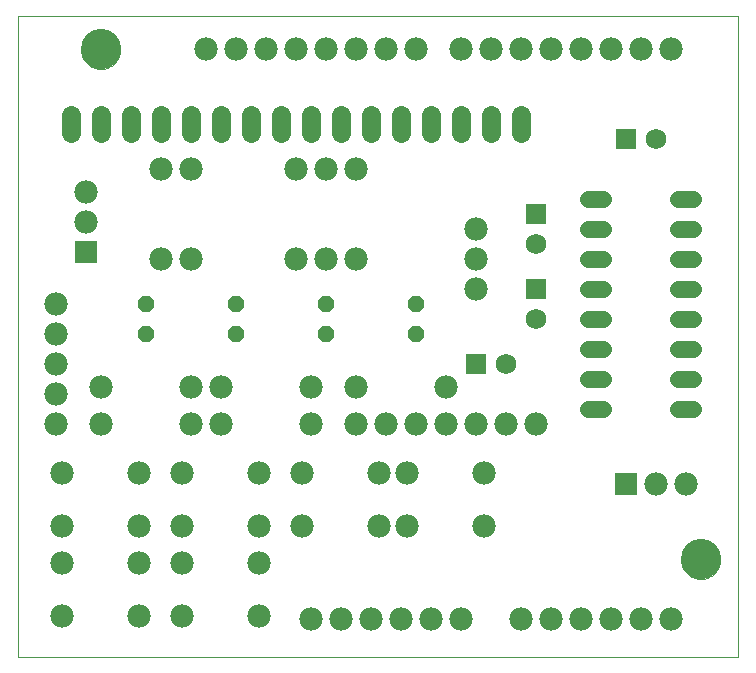
<source format=gbs>
G75*
%MOIN*%
%OFA0B0*%
%FSLAX24Y24*%
%IPPOS*%
%LPD*%
%AMOC8*
5,1,8,0,0,1.08239X$1,22.5*
%
%ADD10C,0.0000*%
%ADD11C,0.0780*%
%ADD12C,0.1340*%
%ADD13C,0.0640*%
%ADD14C,0.0560*%
%ADD15OC8,0.0560*%
%ADD16R,0.0780X0.0780*%
%ADD17R,0.0690X0.0690*%
%ADD18C,0.0690*%
D10*
X006002Y000100D02*
X006002Y021470D01*
X029994Y021470D01*
X029994Y000100D01*
X006002Y000100D01*
X028102Y003350D02*
X028104Y003400D01*
X028110Y003450D01*
X028120Y003500D01*
X028133Y003548D01*
X028150Y003596D01*
X028171Y003642D01*
X028195Y003686D01*
X028223Y003728D01*
X028254Y003768D01*
X028288Y003805D01*
X028325Y003840D01*
X028364Y003871D01*
X028405Y003900D01*
X028449Y003925D01*
X028495Y003947D01*
X028542Y003965D01*
X028590Y003979D01*
X028639Y003990D01*
X028689Y003997D01*
X028739Y004000D01*
X028790Y003999D01*
X028840Y003994D01*
X028890Y003985D01*
X028938Y003973D01*
X028986Y003956D01*
X029032Y003936D01*
X029077Y003913D01*
X029120Y003886D01*
X029160Y003856D01*
X029198Y003823D01*
X029233Y003787D01*
X029266Y003748D01*
X029295Y003707D01*
X029321Y003664D01*
X029344Y003619D01*
X029363Y003572D01*
X029378Y003524D01*
X029390Y003475D01*
X029398Y003425D01*
X029402Y003375D01*
X029402Y003325D01*
X029398Y003275D01*
X029390Y003225D01*
X029378Y003176D01*
X029363Y003128D01*
X029344Y003081D01*
X029321Y003036D01*
X029295Y002993D01*
X029266Y002952D01*
X029233Y002913D01*
X029198Y002877D01*
X029160Y002844D01*
X029120Y002814D01*
X029077Y002787D01*
X029032Y002764D01*
X028986Y002744D01*
X028938Y002727D01*
X028890Y002715D01*
X028840Y002706D01*
X028790Y002701D01*
X028739Y002700D01*
X028689Y002703D01*
X028639Y002710D01*
X028590Y002721D01*
X028542Y002735D01*
X028495Y002753D01*
X028449Y002775D01*
X028405Y002800D01*
X028364Y002829D01*
X028325Y002860D01*
X028288Y002895D01*
X028254Y002932D01*
X028223Y002972D01*
X028195Y003014D01*
X028171Y003058D01*
X028150Y003104D01*
X028133Y003152D01*
X028120Y003200D01*
X028110Y003250D01*
X028104Y003300D01*
X028102Y003350D01*
X008102Y020350D02*
X008104Y020400D01*
X008110Y020450D01*
X008120Y020500D01*
X008133Y020548D01*
X008150Y020596D01*
X008171Y020642D01*
X008195Y020686D01*
X008223Y020728D01*
X008254Y020768D01*
X008288Y020805D01*
X008325Y020840D01*
X008364Y020871D01*
X008405Y020900D01*
X008449Y020925D01*
X008495Y020947D01*
X008542Y020965D01*
X008590Y020979D01*
X008639Y020990D01*
X008689Y020997D01*
X008739Y021000D01*
X008790Y020999D01*
X008840Y020994D01*
X008890Y020985D01*
X008938Y020973D01*
X008986Y020956D01*
X009032Y020936D01*
X009077Y020913D01*
X009120Y020886D01*
X009160Y020856D01*
X009198Y020823D01*
X009233Y020787D01*
X009266Y020748D01*
X009295Y020707D01*
X009321Y020664D01*
X009344Y020619D01*
X009363Y020572D01*
X009378Y020524D01*
X009390Y020475D01*
X009398Y020425D01*
X009402Y020375D01*
X009402Y020325D01*
X009398Y020275D01*
X009390Y020225D01*
X009378Y020176D01*
X009363Y020128D01*
X009344Y020081D01*
X009321Y020036D01*
X009295Y019993D01*
X009266Y019952D01*
X009233Y019913D01*
X009198Y019877D01*
X009160Y019844D01*
X009120Y019814D01*
X009077Y019787D01*
X009032Y019764D01*
X008986Y019744D01*
X008938Y019727D01*
X008890Y019715D01*
X008840Y019706D01*
X008790Y019701D01*
X008739Y019700D01*
X008689Y019703D01*
X008639Y019710D01*
X008590Y019721D01*
X008542Y019735D01*
X008495Y019753D01*
X008449Y019775D01*
X008405Y019800D01*
X008364Y019829D01*
X008325Y019860D01*
X008288Y019895D01*
X008254Y019932D01*
X008223Y019972D01*
X008195Y020014D01*
X008171Y020058D01*
X008150Y020104D01*
X008133Y020152D01*
X008120Y020200D01*
X008110Y020250D01*
X008104Y020300D01*
X008102Y020350D01*
D11*
X012252Y020350D03*
X013252Y020350D03*
X014252Y020350D03*
X015252Y020350D03*
X016252Y020350D03*
X017252Y020350D03*
X018252Y020350D03*
X019252Y020350D03*
X020752Y020350D03*
X021752Y020350D03*
X022752Y020350D03*
X023752Y020350D03*
X024752Y020350D03*
X025752Y020350D03*
X026752Y020350D03*
X027752Y020350D03*
X021252Y014350D03*
X021252Y013350D03*
X021252Y012350D03*
X017252Y013350D03*
X016252Y013350D03*
X015252Y013350D03*
X011752Y013350D03*
X010752Y013350D03*
X008252Y014600D03*
X008252Y015600D03*
X010752Y016350D03*
X011752Y016350D03*
X015252Y016350D03*
X016252Y016350D03*
X017252Y016350D03*
X017252Y009100D03*
X015752Y009100D03*
X015752Y007850D03*
X017252Y007850D03*
X018252Y007850D03*
X019252Y007850D03*
X020252Y007850D03*
X021252Y007850D03*
X022252Y007850D03*
X023252Y007850D03*
X021532Y006240D03*
X021532Y004460D03*
X018972Y004460D03*
X018032Y004460D03*
X018032Y006240D03*
X018972Y006240D03*
X015472Y006240D03*
X014032Y006240D03*
X012752Y007850D03*
X011752Y007850D03*
X011752Y009100D03*
X012752Y009100D03*
X011472Y006240D03*
X010032Y006240D03*
X008752Y007850D03*
X007252Y007850D03*
X007252Y008850D03*
X007252Y009850D03*
X007252Y010850D03*
X007252Y011850D03*
X008752Y009100D03*
X007472Y006240D03*
X007472Y004460D03*
X007472Y003240D03*
X007472Y001460D03*
X010032Y001460D03*
X011472Y001460D03*
X011472Y003240D03*
X010032Y003240D03*
X010032Y004460D03*
X011472Y004460D03*
X014032Y004460D03*
X015472Y004460D03*
X014032Y003240D03*
X014032Y001460D03*
X015752Y001350D03*
X016752Y001350D03*
X017752Y001350D03*
X018752Y001350D03*
X019752Y001350D03*
X020752Y001350D03*
X022752Y001350D03*
X023752Y001350D03*
X024752Y001350D03*
X025752Y001350D03*
X026752Y001350D03*
X027752Y001350D03*
X027252Y005850D03*
X028252Y005850D03*
X020252Y009100D03*
D12*
X028752Y003350D03*
X008752Y020350D03*
D13*
X008752Y018150D02*
X008752Y017550D01*
X009752Y017550D02*
X009752Y018150D01*
X010752Y018150D02*
X010752Y017550D01*
X011752Y017550D02*
X011752Y018150D01*
X012752Y018150D02*
X012752Y017550D01*
X013752Y017550D02*
X013752Y018150D01*
X014752Y018150D02*
X014752Y017550D01*
X015752Y017550D02*
X015752Y018150D01*
X016752Y018150D02*
X016752Y017550D01*
X017752Y017550D02*
X017752Y018150D01*
X018752Y018150D02*
X018752Y017550D01*
X019752Y017550D02*
X019752Y018150D01*
X020752Y018150D02*
X020752Y017550D01*
X021752Y017550D02*
X021752Y018150D01*
X022752Y018150D02*
X022752Y017550D01*
X007752Y017550D02*
X007752Y018150D01*
D14*
X024992Y015350D02*
X025512Y015350D01*
X025512Y014350D02*
X024992Y014350D01*
X024992Y013350D02*
X025512Y013350D01*
X025512Y012350D02*
X024992Y012350D01*
X024992Y011350D02*
X025512Y011350D01*
X025512Y010350D02*
X024992Y010350D01*
X024992Y009350D02*
X025512Y009350D01*
X025512Y008350D02*
X024992Y008350D01*
X027992Y008350D02*
X028512Y008350D01*
X028512Y009350D02*
X027992Y009350D01*
X027992Y010350D02*
X028512Y010350D01*
X028512Y011350D02*
X027992Y011350D01*
X027992Y012350D02*
X028512Y012350D01*
X028512Y013350D02*
X027992Y013350D01*
X027992Y014350D02*
X028512Y014350D01*
X028512Y015350D02*
X027992Y015350D01*
D15*
X019252Y011850D03*
X019252Y010850D03*
X016252Y010850D03*
X016252Y011850D03*
X013252Y011850D03*
X013252Y010850D03*
X010252Y010850D03*
X010252Y011850D03*
D16*
X008252Y013600D03*
X026252Y005850D03*
D17*
X021252Y009850D03*
X023252Y012350D03*
X023252Y014850D03*
X026252Y017350D03*
D18*
X027252Y017350D03*
X023252Y013850D03*
X023252Y011350D03*
X022252Y009850D03*
M02*

</source>
